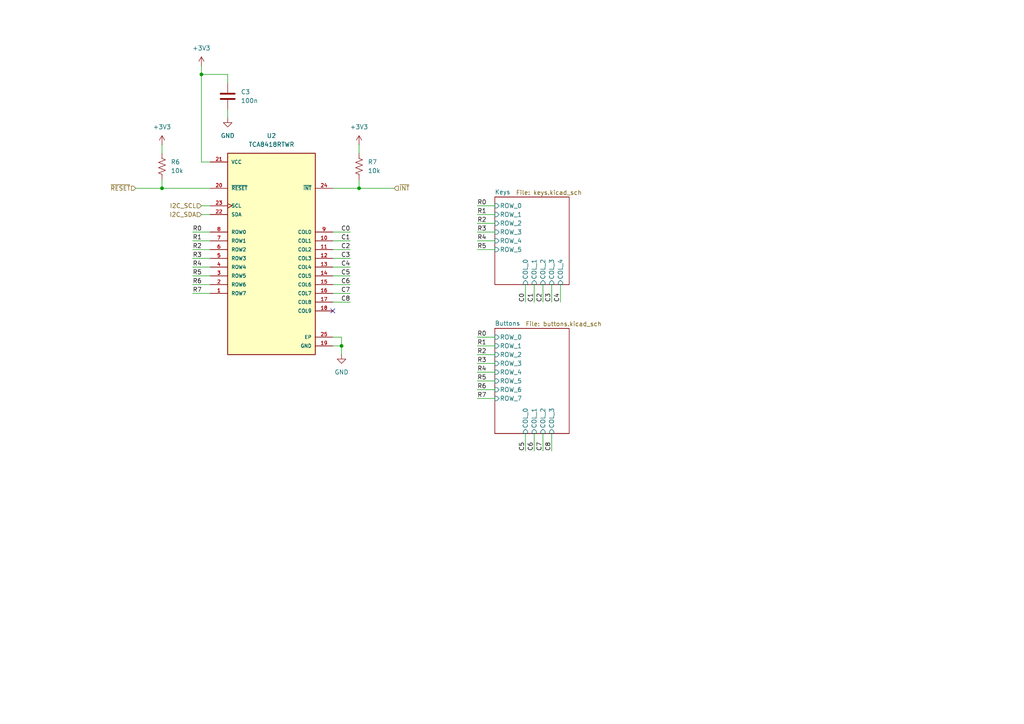
<source format=kicad_sch>
(kicad_sch (version 20250114) (generator "eeschema") (generator_version "9.0")
  (paper "A4")
  (lib_symbols
    (symbol "Device:C" (pin_numbers (hide yes)) (pin_names (offset 0.254))
      (property "Reference" "C" (at 0.635 2.54 0))
      (property "Value" "C" (at 0.635 -2.54 0))
      (symbol "C_0_1"
        (polyline (pts (xy -2.032 0.762) (xy 2.032 0.762)) (stroke (width 0.508)))
        (polyline (pts (xy -2.032 -0.762) (xy 2.032 -0.762)) (stroke (width 0.508)))
      )
      (symbol "C_1_1"
        (pin passive line (at 0 3.81 270) (length 2.794) (name "~") (number "1"))
        (pin passive line (at 0 -3.81 90) (length 2.794) (name "~") (number "2"))
      )
    )
    (symbol "Device:R_US" (pin_numbers (hide yes)) (pin_names (offset 0))
      (property "Reference" "R" (at 2.54 0 90))
      (property "Value" "R_US" (at -2.54 0 90))
      (symbol "R_US_0_1"
        (polyline (pts (xy 0 2.286) (xy 0 2.54)))
        (polyline (pts (xy 0 2.286) (xy 1.016 1.905) (xy 0 1.524) (xy -1.016 1.143) (xy 0 0.762)))
        (polyline (pts (xy 0 0.762) (xy 1.016 0.381) (xy 0 0) (xy -1.016 -0.381) (xy 0 -0.762)))
        (polyline (pts (xy 0 -0.762) (xy 1.016 -1.143) (xy 0 -1.524) (xy -1.016 -1.905) (xy 0 -2.286)))
        (polyline (pts (xy 0 -2.286) (xy 0 -2.54)))
      )
      (symbol "R_US_1_1"
        (pin passive line (at 0 3.81 270) (length 1.27) (name "~") (number "1"))
        (pin passive line (at 0 -3.81 90) (length 1.27) (name "~") (number "2"))
      )
    )
    (symbol "TCA8418RTWR:TCA8418RTWR" (pin_names (offset 1.016))
      (property "Reference" "U" (at -12.7 28.702 0))
      (property "Value" "TCA8418RTWR" (at -12.7 -31.242 0))
      (symbol "TCA8418RTWR_0_0"
        (rectangle (start -12.7 -30.48) (end 12.7 27.94) (stroke (width 0.254)) (fill (type background)))
        (pin power_in line (at -17.78 25.4 0) (length 5.08) (name "VCC") (number "21"))
        (pin input line (at -17.78 17.78 0) (length 5.08) (name "~{RESET}") (number "20"))
        (pin input clock (at -17.78 12.7 0) (length 5.08) (name "SCL") (number "23"))
        (pin bidirectional line (at -17.78 10.16 0) (length 5.08) (name "SDA") (number "22"))
        (pin bidirectional line (at -17.78 5.08 0) (length 5.08) (name "ROW0") (number "8"))
        (pin bidirectional line (at -17.78 2.54 0) (length 5.08) (name "ROW1") (number "7"))
        (pin bidirectional line (at -17.78 0 0) (length 5.08) (name "ROW2") (number "6"))
        (pin bidirectional line (at -17.78 -2.54 0) (length 5.08) (name "ROW3") (number "5"))
        (pin bidirectional line (at -17.78 -5.08 0) (length 5.08) (name "ROW4") (number "4"))
        (pin bidirectional line (at -17.78 -7.62 0) (length 5.08) (name "ROW5") (number "3"))
        (pin bidirectional line (at -17.78 -10.16 0) (length 5.08) (name "ROW6") (number "2"))
        (pin bidirectional line (at -17.78 -12.7 0) (length 5.08) (name "ROW7") (number "1"))
        (pin output line (at 17.78 17.78 180) (length 5.08) (name "~{INT}") (number "24"))
        (pin bidirectional line (at 17.78 5.08 180) (length 5.08) (name "COL0") (number "9"))
        (pin bidirectional line (at 17.78 2.54 180) (length 5.08) (name "COL1") (number "10"))
        (pin bidirectional line (at 17.78 0 180) (length 5.08) (name "COL2") (number "11"))
        (pin bidirectional line (at 17.78 -2.54 180) (length 5.08) (name "COL3") (number "12"))
        (pin bidirectional line (at 17.78 -5.08 180) (length 5.08) (name "COL4") (number "13"))
        (pin bidirectional line (at 17.78 -7.62 180) (length 5.08) (name "COL5") (number "14"))
        (pin bidirectional line (at 17.78 -10.16 180) (length 5.08) (name "COL6") (number "15"))
        (pin bidirectional line (at 17.78 -12.7 180) (length 5.08) (name "COL7") (number "16"))
        (pin bidirectional line (at 17.78 -15.24 180) (length 5.08) (name "COL8") (number "17"))
        (pin bidirectional line (at 17.78 -17.78 180) (length 5.08) (name "COL9") (number "18"))
        (pin passive line (at 17.78 -25.4 180) (length 5.08) (name "EP") (number "25"))
        (pin power_in line (at 17.78 -27.94 180) (length 5.08) (name "GND") (number "19"))
      )
    )
    (symbol "power:+3V3" (power) (pin_numbers (hide yes)) (pin_names (offset 0) (hide yes))
      (property "Value" "+3V3" (at 0 3.556 0))
      (symbol "+3V3_0_1"
        (polyline (pts (xy -0.762 1.27) (xy 0 2.54)))
        (polyline (pts (xy 0 2.54) (xy 0.762 1.27)))
        (polyline (pts (xy 0 0) (xy 0 2.54)))
      )
      (symbol "+3V3_1_1"
        (pin power_in line (at 0 0 90) (length 0) (name "~") (number "1"))
      )
    )
    (symbol "power:GND" (power) (pin_numbers (hide yes)) (pin_names (offset 0) (hide yes))
      (property "Value" "GND" (at 0 -3.81 0))
      (symbol "GND_0_1"
        (polyline (pts (xy 0 0) (xy 0 -1.27) (xy 1.27 -1.27) (xy 0 -2.54) (xy -1.27 -1.27) (xy 0 -1.27)))
      )
      (symbol "GND_1_1"
        (pin power_in line (at 0 0 270) (length 0) (name "~") (number "1"))
      )
    )
  )
  (junction (at 99.06 100.33))
  (junction (at 58.42 21.59))
  (junction (at 46.99 54.61))
  (junction (at 104.14 54.61))
  (no_connect (at 96.52 90.17))
  (wire (pts (xy 55.88 72.39) (xy 60.96 72.39)))
  (wire (pts (xy 55.88 74.93) (xy 60.96 74.93)))
  (wire (pts (xy 138.43 113.03) (xy 143.51 113.03)))
  (wire (pts (xy 96.52 85.09) (xy 101.6 85.09)))
  (wire (pts (xy 138.43 97.79) (xy 143.51 97.79)))
  (wire (pts (xy 96.52 54.61) (xy 104.14 54.61)))
  (wire (pts (xy 138.43 59.69) (xy 143.51 59.69)))
  (wire (pts (xy 96.52 100.33) (xy 99.06 100.33)))
  (wire (pts (xy 96.52 67.31) (xy 101.6 67.31)))
  (wire (pts (xy 138.43 105.41) (xy 143.51 105.41)))
  (wire (pts (xy 138.43 67.31) (xy 143.51 67.31)))
  (wire (pts (xy 96.52 87.63) (xy 101.6 87.63)))
  (wire (pts (xy 157.48 82.55) (xy 157.48 87.63)))
  (wire (pts (xy 58.42 21.59) (xy 58.42 46.99)))
  (wire (pts (xy 96.52 69.85) (xy 101.6 69.85)))
  (wire (pts (xy 55.88 80.01) (xy 60.96 80.01)))
  (wire (pts (xy 104.14 52.07) (xy 104.14 54.61)))
  (wire (pts (xy 46.99 54.61) (xy 60.96 54.61)))
  (wire (pts (xy 66.04 21.59) (xy 66.04 24.13)))
  (wire (pts (xy 138.43 102.87) (xy 143.51 102.87)))
  (wire (pts (xy 99.06 97.79) (xy 96.52 97.79)))
  (wire (pts (xy 96.52 82.55) (xy 101.6 82.55)))
  (wire (pts (xy 138.43 107.95) (xy 143.51 107.95)))
  (wire (pts (xy 55.88 82.55) (xy 60.96 82.55)))
  (wire (pts (xy 96.52 77.47) (xy 101.6 77.47)))
  (wire (pts (xy 46.99 52.07) (xy 46.99 54.61)))
  (wire (pts (xy 138.43 62.23) (xy 143.51 62.23)))
  (wire (pts (xy 104.14 41.91) (xy 104.14 44.45)))
  (wire (pts (xy 46.99 41.91) (xy 46.99 44.45)))
  (wire (pts (xy 58.42 46.99) (xy 60.96 46.99)))
  (wire (pts (xy 138.43 69.85) (xy 143.51 69.85)))
  (wire (pts (xy 138.43 115.57) (xy 143.51 115.57)))
  (wire (pts (xy 152.4 125.73) (xy 152.4 130.81)))
  (wire (pts (xy 66.04 21.59) (xy 58.42 21.59)))
  (wire (pts (xy 160.02 125.73) (xy 160.02 130.81)))
  (wire (pts (xy 55.88 67.31) (xy 60.96 67.31)))
  (wire (pts (xy 96.52 80.01) (xy 101.6 80.01)))
  (wire (pts (xy 99.06 100.33) (xy 99.06 97.79)))
  (wire (pts (xy 99.06 102.87) (xy 99.06 100.33)))
  (wire (pts (xy 160.02 82.55) (xy 160.02 87.63)))
  (wire (pts (xy 157.48 125.73) (xy 157.48 130.81)))
  (wire (pts (xy 55.88 69.85) (xy 60.96 69.85)))
  (wire (pts (xy 154.94 125.73) (xy 154.94 130.81)))
  (wire (pts (xy 58.42 59.69) (xy 60.96 59.69)))
  (wire (pts (xy 152.4 82.55) (xy 152.4 87.63)))
  (wire (pts (xy 138.43 72.39) (xy 143.51 72.39)))
  (wire (pts (xy 138.43 64.77) (xy 143.51 64.77)))
  (wire (pts (xy 66.04 31.75) (xy 66.04 34.29)))
  (wire (pts (xy 138.43 100.33) (xy 143.51 100.33)))
  (wire (pts (xy 96.52 72.39) (xy 101.6 72.39)))
  (wire (pts (xy 154.94 82.55) (xy 154.94 87.63)))
  (wire (pts (xy 55.88 85.09) (xy 60.96 85.09)))
  (wire (pts (xy 58.42 62.23) (xy 60.96 62.23)))
  (wire (pts (xy 104.14 54.61) (xy 114.3 54.61)))
  (wire (pts (xy 39.37 54.61) (xy 46.99 54.61)))
  (wire (pts (xy 55.88 77.47) (xy 60.96 77.47)))
  (wire (pts (xy 138.43 110.49) (xy 143.51 110.49)))
  (wire (pts (xy 96.52 74.93) (xy 101.6 74.93)))
  (wire (pts (xy 162.56 82.55) (xy 162.56 87.63)))
  (wire (pts (xy 58.42 19.05) (xy 58.42 21.59)))
  (label "C3" (at 101.6 74.93 180))
  (label "C1" (at 154.94 87.63 90))
  (label "R4" (at 138.43 107.95 0))
  (label "R1" (at 55.88 69.85 0))
  (label "C2" (at 101.6 72.39 180))
  (label "C5" (at 152.4 130.81 90))
  (label "R1" (at 138.43 62.23 0))
  (label "R6" (at 55.88 82.55 0))
  (label "C3" (at 160.02 87.63 90))
  (label "R0" (at 138.43 59.69 0))
  (label "R0" (at 138.43 97.79 0))
  (label "R7" (at 138.43 115.57 0))
  (label "C8" (at 160.02 130.81 90))
  (label "R1" (at 138.43 100.33 0))
  (label "C8" (at 101.6 87.63 180))
  (label "C6" (at 101.6 82.55 180))
  (label "R5" (at 138.43 110.49 0))
  (label "C0" (at 101.6 67.31 180))
  (label "R2" (at 138.43 64.77 0))
  (label "R2" (at 55.88 72.39 0))
  (label "R5" (at 55.88 80.01 0))
  (label "C1" (at 101.6 69.85 180))
  (label "R2" (at 138.43 102.87 0))
  (label "R0" (at 55.88 67.31 0))
  (label "C7" (at 101.6 85.09 180))
  (label "R4" (at 138.43 69.85 0))
  (label "C2" (at 157.48 87.63 90))
  (label "C7" (at 157.48 130.81 90))
  (label "R3" (at 55.88 74.93 0))
  (label "R3" (at 138.43 105.41 0))
  (label "R5" (at 138.43 72.39 0))
  (label "C5" (at 101.6 80.01 180))
  (label "C4" (at 162.56 87.63 90))
  (label "R4" (at 55.88 77.47 0))
  (label "R3" (at 138.43 67.31 0))
  (label "R7" (at 55.88 85.09 0))
  (label "C0" (at 152.4 87.63 90))
  (label "R6" (at 138.43 113.03 0))
  (label "C6" (at 154.94 130.81 90))
  (label "C4" (at 101.6 77.47 180))
  (hierarchical_label "I2C_SCL" (shape input) (at 58.42 59.69 180))
  (hierarchical_label "I2C_SDA" (shape input) (at 58.42 62.23 180))
  (hierarchical_label "~{RESET}" (shape input) (at 39.37 54.61 180))
  (hierarchical_label "~{INT}" (shape input) (at 114.3 54.61 0))
  (symbol (lib_id "Device:C") (at 66.04 27.94 0) (unit 1)
    (property "Reference" "C3" (at 69.85 26.6699 0) (effects (justify left)))
    (property "Value" "100n" (at 69.85 29.2099 0) (effects (justify left)))
    (property "Footprint" "Capacitor_SMD:C_0603_1608Metric" (effects (hide yes)))
    (property "Description" "Unpolarized capacitor" (effects (hide yes)))
  )
  (symbol (lib_id "power:GND") (at 99.06 102.87 0) (unit 1)
    (property "Reference" "#PWR016" (effects (hide yes)))
    (property "Value" "GND" (at 99.06 107.95 0))
    (property "Description" "Power symbol creates a global label with name \"GND\" , ground" (effects (hide yes)))
  )
  (symbol (lib_id "power:GND") (at 66.04 34.29 0) (unit 1)
    (property "Reference" "#PWR013" (effects (hide yes)))
    (property "Value" "GND" (at 66.04 39.37 0))
    (property "Description" "Power symbol creates a global label with name \"GND\" , ground" (effects (hide yes)))
  )
  (symbol (lib_id "power:+3V3") (at 58.42 19.05 0) (unit 1)
    (property "Reference" "#PWR012" (effects (hide yes)))
    (property "Value" "+3V3" (at 58.42 13.97 0))
    (property "Description" "Power symbol creates a global label with name \"+3V3\"" (effects (hide yes)))
  )
  (symbol (lib_id "Device:R_US") (at 46.99 48.26 0) (unit 1)
    (property "Reference" "R6" (at 49.53 46.9899 0) (effects (justify left)))
    (property "Value" "10k" (at 49.53 49.5299 0) (effects (justify left)))
    (property "Footprint" "Resistor_SMD:R_0603_1608Metric" (effects (hide yes)))
    (property "Description" "Resistor, US symbol" (effects (hide yes)))
  )
  (symbol (lib_id "TCA8418RTWR:TCA8418RTWR") (at 78.74 72.39 0) (unit 1)
    (property "Reference" "U2" (at 78.74 39.37 0))
    (property "Value" "TCA8418RTWR" (at 78.74 41.91 0))
    (property "Footprint" "TCA8418RTWR:QFN50P400X400X80-25N" (effects (hide yes)))
    (property "MF" "Texas Instruments" (effects (hide yes)))
    (property "MAXIMUM_PACKAGE_HEIGHT" "0.8mm" (effects (hide yes)))
    (property "Package" "WQFN-24 Texas Instruments" (effects (hide yes)))
    (property "Price" "None" (effects (hide yes)))
    (property "Check_prices" "https://www.snapeda.com/parts/TCA8418RTWR/Texas+Instruments/view-part/?ref=eda" (effects (hide yes)))
    (property "STANDARD" "IPC-7351B" (effects (hide yes)))
    (property "PARTREV" "G" (effects (hide yes)))
    (property "SnapEDA_Link" "https://www.snapeda.com/parts/TCA8418RTWR/Texas+Instruments/view-part/?ref=snap" (effects (hide yes)))
    (property "MP" "TCA8418RTWR" (effects (hide yes)))
    (property "Description_1" "\n                        \n                            18-bit 1.65- to 3.6-V 1MHz I2C/SMBus keypad scanner with interrupt, reset & 80 key support\n                        \n" (effects (hide yes)))
    (property "Availability" "In Stock" (effects (hide yes)))
    (property "MANUFACTURER" "Texas Instruments" (effects (hide yes)))
  )
  (symbol (lib_id "power:+3V3") (at 104.14 41.91 0) (unit 1)
    (property "Reference" "#PWR015" (effects (hide yes)))
    (property "Value" "+3V3" (at 104.14 36.83 0))
    (property "Description" "Power symbol creates a global label with name \"+3V3\"" (effects (hide yes)))
  )
  (symbol (lib_id "power:+3V3") (at 46.99 41.91 0) (unit 1)
    (property "Reference" "#PWR014" (effects (hide yes)))
    (property "Value" "+3V3" (at 46.99 36.83 0))
    (property "Description" "Power symbol creates a global label with name \"+3V3\"" (effects (hide yes)))
  )
  (symbol (lib_id "Device:R_US") (at 104.14 48.26 0) (unit 1)
    (property "Reference" "R7" (at 106.68 46.9899 0) (effects (justify left)))
    (property "Value" "10k" (at 106.68 49.5299 0) (effects (justify left)))
    (property "Footprint" "Resistor_SMD:R_0603_1608Metric" (effects (hide yes)))
    (property "Description" "Resistor, US symbol" (effects (hide yes)))
  )
  (sheet (at 143.51 57.15) (size 21.59 25.4) (stroke (width 0.1524))
    (property "Sheetname" "Keys" (at 143.51 56.4384 0) (effects (justify left bottom)))
    (property "Sheetfile" "keys.kicad_sch" (at 149.606 55.118 0) (effects (justify left top)))
    (pin "COL_2" input (at 157.48 82.55 270))
    (pin "COL_3" input (at 160.02 82.55 270))
    (pin "ROW_4" input (at 143.51 69.85 180))
    (pin "ROW_5" input (at 143.51 72.39 180))
    (pin "COL_1" input (at 154.94 82.55 270))
    (pin "COL_4" input (at 162.56 82.55 270))
    (pin "ROW_2" input (at 143.51 64.77 180))
    (pin "ROW_1" input (at 143.51 62.23 180))
    (pin "ROW_3" input (at 143.51 67.31 180))
    (pin "COL_0" input (at 152.4 82.55 270))
    (pin "ROW_0" input (at 143.51 59.69 180))
  )
  (sheet (at 143.51 95.25) (size 21.59 30.48) (stroke (width 0.1524))
    (property "Sheetname" "Buttons" (at 143.51 94.5384 0) (effects (justify left bottom)))
    (property "Sheetfile" "buttons.kicad_sch" (at 152.4 93.218 0) (effects (justify left top)))
    (pin "ROW_6" input (at 143.51 113.03 180))
    (pin "ROW_7" input (at 143.51 115.57 180))
    (pin "COL_0" input (at 152.4 125.73 270))
    (pin "ROW_0" input (at 143.51 97.79 180))
    (pin "COL_3" input (at 160.02 125.73 270))
    (pin "ROW_4" input (at 143.51 107.95 180))
    (pin "ROW_5" input (at 143.51 110.49 180))
    (pin "ROW_1" input (at 143.51 100.33 180))
    (pin "ROW_2" input (at 143.51 102.87 180))
    (pin "ROW_3" input (at 143.51 105.41 180))
    (pin "COL_1" input (at 154.94 125.73 270))
    (pin "COL_2" input (at 157.48 125.73 270))
  )
)
</source>
